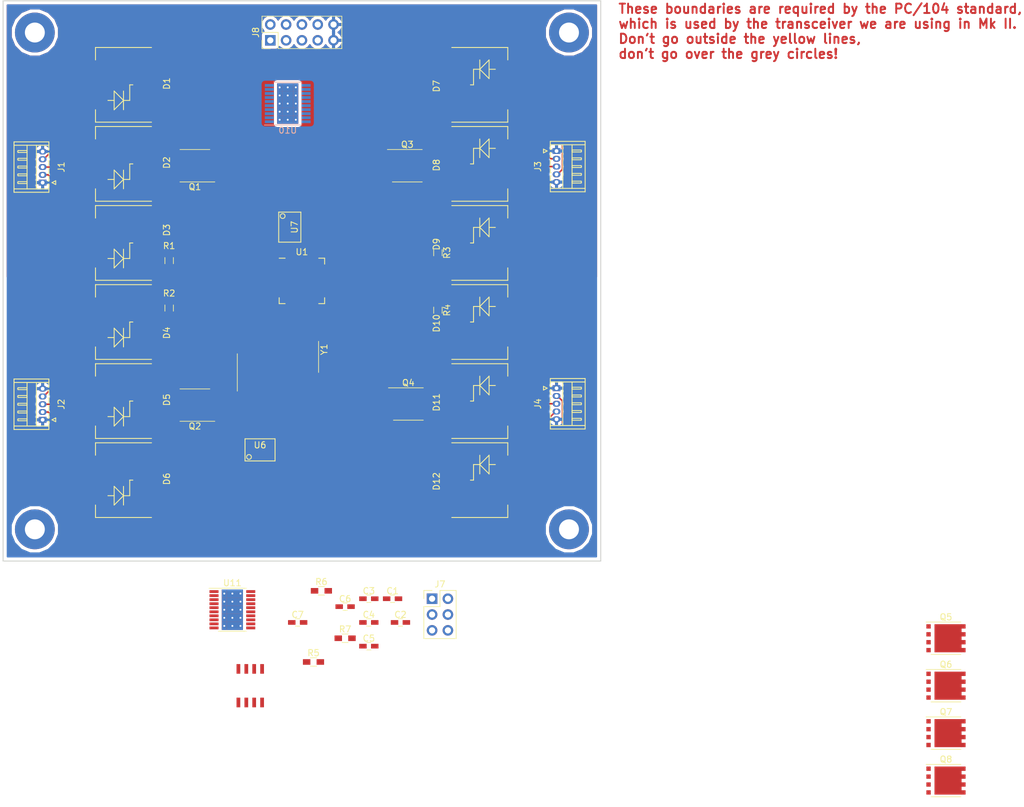
<source format=kicad_pcb>
(kicad_pcb (version 4) (host pcbnew 4.0.7)
  (layers (0 F.Cu signal) (1 VCC power) (2 GND power) (31 B.Cu signal) (34 B.Paste user) (35 F.Paste user) (36 B.SilkS user) (37 F.SilkS user) (38 B.Mask user) (39 F.Mask user) (44 Edge.Cuts user))
  (net 0 "")
  (net 1 GND)
  (net 2 +3V3)
  (net 3 "Net-(C4-Pad2)")
  (net 4 "Net-(C5-Pad2)")
  (net 5 "Net-(D1-Pad2)")
  (net 6 "Net-(D1-Pad1)")
  (net 7 "Net-(D1-Pad3)")
  (net 8 "Net-(D2-Pad1)")
  (net 9 "Net-(D2-Pad3)")
  (net 10 "Net-(D3-Pad1)")
  (net 11 "Net-(D3-Pad3)")
  (net 12 "Net-(D4-Pad2)")
  (net 13 "Net-(D4-Pad1)")
  (net 14 "Net-(D4-Pad3)")
  (net 15 "Net-(D5-Pad1)")
  (net 16 "Net-(D5-Pad3)")
  (net 17 "Net-(D6-Pad1)")
  (net 18 "Net-(D6-Pad3)")
  (net 19 "Net-(D7-Pad2)")
  (net 20 "Net-(D7-Pad1)")
  (net 21 "Net-(D7-Pad3)")
  (net 22 "Net-(D8-Pad1)")
  (net 23 "Net-(D8-Pad3)")
  (net 24 "Net-(D9-Pad1)")
  (net 25 "Net-(D9-Pad3)")
  (net 26 "Net-(D10-Pad2)")
  (net 27 "Net-(D10-Pad1)")
  (net 28 "Net-(D10-Pad3)")
  (net 29 "Net-(D11-Pad1)")
  (net 30 "Net-(D11-Pad3)")
  (net 31 "Net-(D12-Pad1)")
  (net 32 "Net-(D12-Pad3)")
  (net 33 /MISO_A)
  (net 34 /SCK_A)
  (net 35 /MOSI_A)
  (net 36 /RST)
  (net 37 -PACK)
  (net 38 /SWITCH_3V3/N_3V3)
  (net 39 /CAN_LPWR)
  (net 40 /CANH)
  (net 41 /CANL)
  (net 42 "Net-(R7-Pad2)")
  (net 43 "Net-(U1-Pad3)")
  (net 44 /CAN_TX)
  (net 45 /CAN_RX)
  (net 46 /MISO)
  (net 47 /MOSI)
  (net 48 "Net-(U1-Pad13)")
  (net 49 "Net-(U1-Pad14)")
  (net 50 "Net-(U1-Pad15)")
  (net 51 "Net-(U1-Pad17)")
  (net 52 "Net-(U1-Pad18)")
  (net 53 "Net-(U1-Pad22)")
  (net 54 "Net-(U1-Pad23)")
  (net 55 "Net-(U1-Pad24)")
  (net 56 "Net-(U1-Pad25)")
  (net 57 /CS_MEM)
  (net 58 "Net-(U1-Pad27)")
  (net 59 /SCK)
  (net 60 "Net-(U1-Pad29)")
  (net 61 "Net-(U1-Pad30)")
  (net 62 "Net-(U1-Pad32)")
  (net 63 "Net-(U2-Pad6)")
  (net 64 +PACK)
  (net 65 "Net-(U3-Pad6)")
  (net 66 "Net-(U4-Pad6)")
  (net 67 "Net-(U5-Pad6)")
  (net 68 /PV/+XVgs)
  (net 69 "Net-(Q1-Pad4)")
  (net 70 "Net-(U6-Pad4)")
  (net 71 "Net-(Q2-Pad4)")
  (net 72 /PV/-XVgs)
  (net 73 /PV/-YVgs)
  (net 74 "Net-(Q3-Pad4)")
  (net 75 "Net-(U6-Pad11)")
  (net 76 "Net-(Q4-Pad4)")
  (net 77 /PV/+YVgs)
  (net 78 /PV/+XI)
  (net 79 "Net-(U7-Pad4)")
  (net 80 /PV/-XI)
  (net 81 /PV/-YI)
  (net 82 "Net-(U7-Pad11)")
  (net 83 /PV/+YI)
  (net 84 +5V)
  (net 85 "Net-(J8-Pad3)")
  (net 86 "Net-(J8-Pad4)")
  (net 87 /EPS_RST)
  (net 88 "Net-(J8-Pad5)")
  (net 89 "Net-(Rilim1-Pad1)")
  (net 90 "Net-(U10-Pad2)")
  (net 91 +BATT)
  (net 92 "Net-(Cf1-Pad1)")
  (net 93 "Net-(Cf1-Pad2)")
  (net 94 "Net-(L1-Pad2)")
  (net 95 "Net-(Rpgood1-Pad1)")
  (net 96 "Net-(Cc1-Pad2)")
  (net 97 "Net-(Cc3-Pad1)")
  (net 98 "Net-(Rilim2-Pad1)")
  (net 99 "Net-(U11-Pad2)")
  (net 100 "Net-(Cf2-Pad1)")
  (net 101 "Net-(Cf2-Pad2)")
  (net 102 "Net-(L2-Pad2)")
  (net 103 "Net-(Rpgood2-Pad1)")
  (net 104 "Net-(Cc2-Pad2)")
  (net 105 "Net-(Cc4-Pad1)")
  (net 106 /SWITCH_5V/N_9V)
  (module Diodes_SMD:DD-PAK_TO263_SingleDiode (layer F.Cu) (at 116.84 101.6 270)
    (fp_text reference D4 (at 1.74 -9.4488 270) (layer F.SilkS))
    (fp_text value SM74611)
    (pad 2 smd rect (at 0 -6.25094 270) (size 10.40892 3.50012) (layers F.Cu F.Paste F.Mask) (net 12 "Net-(D4-Pad2)"))
    (pad 1 smd rect (at -2.54 4.43992 270) (size 1.09982 7.0104) (layers F.Cu F.Paste F.Mask) (net 13 "Net-(D4-Pad1)"))
    (pad 3 smd rect (at 2.54 4.43992 270) (size 1.09982 7.0104) (layers F.Cu F.Paste F.Mask) (net 14 "Net-(D4-Pad3)"))
  )
  (module Diodes_SMD:DD-PAK_TO263_SingleDiode (layer F.Cu) (at 116.84 88.9 270)
    (fp_text reference D3 (at -2.07 -9.4488 270) (layer F.SilkS))
    (fp_text value SM74611)
    (pad 2 smd rect (at 0 -6.25094 270) (size 10.40892 3.50012) (layers F.Cu F.Paste F.Mask) (net 5 "Net-(D1-Pad2)"))
    (pad 1 smd rect (at -2.54 4.43992 270) (size 1.09982 7.0104) (layers F.Cu F.Paste F.Mask) (net 10 "Net-(D3-Pad1)"))
    (pad 3 smd rect (at 2.54 4.43992 270) (size 1.09982 7.0104) (layers F.Cu F.Paste F.Mask) (net 11 "Net-(D3-Pad3)"))
  )
  (module Capacitors_SMD:C_0603_HandSoldering (layer F.Cu) (at 162.56 146.05)
    (fp_text reference C1 (at 0 -1.25) (layer F.SilkS))
    (fp_text value 0.1µF)
    (pad 1 smd rect (at -0.95 0) (size 1.2 0.75) (layers F.Cu F.Paste F.Mask) (net 1 GND))
    (pad 2 smd rect (at 0.95 0) (size 1.2 0.75) (layers F.Cu F.Paste F.Mask) (net 2 +3V3))
  )
  (module Capacitors_SMD:C_0603_HandSoldering (layer F.Cu) (at 163.83 149.86)
    (fp_text reference C2 (at 0 -1.25) (layer F.SilkS))
    (fp_text value 0.1µF)
    (pad 1 smd rect (at -0.95 0) (size 1.2 0.75) (layers F.Cu F.Paste F.Mask) (net 1 GND))
    (pad 2 smd rect (at 0.95 0) (size 1.2 0.75) (layers F.Cu F.Paste F.Mask) (net 2 +3V3))
  )
  (module Capacitors_SMD:C_0603_HandSoldering (layer F.Cu) (at 158.75 146.05)
    (fp_text reference C3 (at 0 -1.25) (layer F.SilkS))
    (fp_text value 0.1µF)
    (pad 1 smd rect (at -0.95 0) (size 1.2 0.75) (layers F.Cu F.Paste F.Mask) (net 1 GND))
    (pad 2 smd rect (at 0.95 0) (size 1.2 0.75) (layers F.Cu F.Paste F.Mask) (net 2 +3V3))
  )
  (module Capacitors_SMD:C_0603_HandSoldering (layer F.Cu) (at 158.75 149.86)
    (fp_text reference C4 (at 0 -1.25) (layer F.SilkS))
    (fp_text value 22pF)
    (pad 1 smd rect (at -0.95 0) (size 1.2 0.75) (layers F.Cu F.Paste F.Mask) (net 1 GND))
    (pad 2 smd rect (at 0.95 0) (size 1.2 0.75) (layers F.Cu F.Paste F.Mask) (net 3 "Net-(C4-Pad2)"))
  )
  (module Capacitors_SMD:C_0603_HandSoldering (layer F.Cu) (at 158.75 153.67)
    (fp_text reference C5 (at 0 -1.25) (layer F.SilkS))
    (fp_text value 22pF)
    (pad 1 smd rect (at -0.95 0) (size 1.2 0.75) (layers F.Cu F.Paste F.Mask) (net 1 GND))
    (pad 2 smd rect (at 0.95 0) (size 1.2 0.75) (layers F.Cu F.Paste F.Mask) (net 4 "Net-(C5-Pad2)"))
  )
  (module Capacitors_SMD:C_0603_HandSoldering (layer F.Cu) (at 154.94 147.32)
    (fp_text reference C6 (at 0 -1.25) (layer F.SilkS))
    (fp_text value 0.1µF)
    (pad 1 smd rect (at -0.95 0) (size 1.2 0.75) (layers F.Cu F.Paste F.Mask) (net 1 GND))
    (pad 2 smd rect (at 0.95 0) (size 1.2 0.75) (layers F.Cu F.Paste F.Mask) (net 2 +3V3))
  )
  (module Capacitors_SMD:C_0603_HandSoldering (layer F.Cu) (at 147.32 149.86)
    (fp_text reference C7 (at 0 -1.25) (layer F.SilkS))
    (fp_text value 100nF)
    (pad 1 smd rect (at -0.95 0) (size 1.2 0.75) (layers F.Cu F.Paste F.Mask) (net 2 +3V3))
    (pad 2 smd rect (at 0.95 0) (size 1.2 0.75) (layers F.Cu F.Paste F.Mask) (net 1 GND))
  )
  (module Diodes_SMD:DD-PAK_TO263_SingleDiode (layer F.Cu) (at 116.84 63.5 270)
    (fp_text reference D1 (at -0.20066 -9.4488 270) (layer F.SilkS))
    (fp_text value SM74611)
    (pad 2 smd rect (at 0 -6.25094 270) (size 10.40892 3.50012) (layers F.Cu F.Paste F.Mask) (net 5 "Net-(D1-Pad2)"))
    (pad 1 smd rect (at -2.54 4.43992 270) (size 1.09982 7.0104) (layers F.Cu F.Paste F.Mask) (net 6 "Net-(D1-Pad1)"))
    (pad 3 smd rect (at 2.54 4.43992 270) (size 1.09982 7.0104) (layers F.Cu F.Paste F.Mask) (net 7 "Net-(D1-Pad3)"))
  )
  (module Diodes_SMD:DD-PAK_TO263_SingleDiode (layer F.Cu) (at 116.84 76.2 270)
    (fp_text reference D2 (at -0.20066 -9.4488 270) (layer F.SilkS))
    (fp_text value SM74611)
    (pad 2 smd rect (at 0 -6.25094 270) (size 10.40892 3.50012) (layers F.Cu F.Paste F.Mask) (net 5 "Net-(D1-Pad2)"))
    (pad 1 smd rect (at -2.54 4.43992 270) (size 1.09982 7.0104) (layers F.Cu F.Paste F.Mask) (net 8 "Net-(D2-Pad1)"))
    (pad 3 smd rect (at 2.54 4.43992 270) (size 1.09982 7.0104) (layers F.Cu F.Paste F.Mask) (net 9 "Net-(D2-Pad3)"))
  )
  (module Diodes_SMD:DD-PAK_TO263_SingleDiode (layer F.Cu) (at 116.84 114.3 270)
    (fp_text reference D5 (at -0.20066 -9.4488 270) (layer F.SilkS))
    (fp_text value SM74611)
    (pad 2 smd rect (at 0 -6.25094 270) (size 10.40892 3.50012) (layers F.Cu F.Paste F.Mask) (net 12 "Net-(D4-Pad2)"))
    (pad 1 smd rect (at -2.54 4.43992 270) (size 1.09982 7.0104) (layers F.Cu F.Paste F.Mask) (net 15 "Net-(D5-Pad1)"))
    (pad 3 smd rect (at 2.54 4.43992 270) (size 1.09982 7.0104) (layers F.Cu F.Paste F.Mask) (net 16 "Net-(D5-Pad3)"))
  )
  (module Diodes_SMD:DD-PAK_TO263_SingleDiode (layer F.Cu) (at 116.84 127 270)
    (fp_text reference D6 (at -0.20066 -9.4488 270) (layer F.SilkS))
    (fp_text value SM74611)
    (pad 2 smd rect (at 0 -6.25094 270) (size 10.40892 3.50012) (layers F.Cu F.Paste F.Mask) (net 12 "Net-(D4-Pad2)"))
    (pad 1 smd rect (at -2.54 4.43992 270) (size 1.09982 7.0104) (layers F.Cu F.Paste F.Mask) (net 17 "Net-(D6-Pad1)"))
    (pad 3 smd rect (at 2.54 4.43992 270) (size 1.09982 7.0104) (layers F.Cu F.Paste F.Mask) (net 18 "Net-(D6-Pad3)"))
  )
  (module Diodes_SMD:DD-PAK_TO263_SingleDiode (layer F.Cu) (at 179.07 63.5 90)
    (fp_text reference D7 (at -0.20066 -9.4488 90) (layer F.SilkS))
    (fp_text value SM74611)
    (pad 2 smd rect (at 0 -6.25094 90) (size 10.40892 3.50012) (layers F.Cu F.Paste F.Mask) (net 19 "Net-(D7-Pad2)"))
    (pad 1 smd rect (at -2.54 4.43992 90) (size 1.09982 7.0104) (layers F.Cu F.Paste F.Mask) (net 20 "Net-(D7-Pad1)"))
    (pad 3 smd rect (at 2.54 4.43992 90) (size 1.09982 7.0104) (layers F.Cu F.Paste F.Mask) (net 21 "Net-(D7-Pad3)"))
  )
  (module Diodes_SMD:DD-PAK_TO263_SingleDiode (layer F.Cu) (at 179.07 76.2 90)
    (fp_text reference D8 (at -0.20066 -9.4488 90) (layer F.SilkS))
    (fp_text value SM74611)
    (pad 2 smd rect (at 0 -6.25094 90) (size 10.40892 3.50012) (layers F.Cu F.Paste F.Mask) (net 19 "Net-(D7-Pad2)"))
    (pad 1 smd rect (at -2.54 4.43992 90) (size 1.09982 7.0104) (layers F.Cu F.Paste F.Mask) (net 22 "Net-(D8-Pad1)"))
    (pad 3 smd rect (at 2.54 4.43992 90) (size 1.09982 7.0104) (layers F.Cu F.Paste F.Mask) (net 23 "Net-(D8-Pad3)"))
  )
  (module Diodes_SMD:DD-PAK_TO263_SingleDiode (layer F.Cu) (at 179.07 88.9 90)
    (fp_text reference D9 (at -0.20066 -9.4488 90) (layer F.SilkS))
    (fp_text value SM74611)
    (pad 2 smd rect (at 0 -6.25094 90) (size 10.40892 3.50012) (layers F.Cu F.Paste F.Mask) (net 19 "Net-(D7-Pad2)"))
    (pad 1 smd rect (at -2.54 4.43992 90) (size 1.09982 7.0104) (layers F.Cu F.Paste F.Mask) (net 24 "Net-(D9-Pad1)"))
    (pad 3 smd rect (at 2.54 4.43992 90) (size 1.09982 7.0104) (layers F.Cu F.Paste F.Mask) (net 25 "Net-(D9-Pad3)"))
  )
  (module Diodes_SMD:DD-PAK_TO263_SingleDiode (layer F.Cu) (at 179.07 101.6 90)
    (fp_text reference D10 (at -0.20066 -9.4488 90) (layer F.SilkS))
    (fp_text value SM74611)
    (pad 2 smd rect (at 0 -6.25094 90) (size 10.40892 3.50012) (layers F.Cu F.Paste F.Mask) (net 26 "Net-(D10-Pad2)"))
    (pad 1 smd rect (at -2.54 4.43992 90) (size 1.09982 7.0104) (layers F.Cu F.Paste F.Mask) (net 27 "Net-(D10-Pad1)"))
    (pad 3 smd rect (at 2.54 4.43992 90) (size 1.09982 7.0104) (layers F.Cu F.Paste F.Mask) (net 28 "Net-(D10-Pad3)"))
  )
  (module Diodes_SMD:DD-PAK_TO263_SingleDiode (layer F.Cu) (at 179.07 114.3 90)
    (fp_text reference D11 (at -0.20066 -9.4488 90) (layer F.SilkS))
    (fp_text value SM74611)
    (pad 2 smd rect (at 0 -6.25094 90) (size 10.40892 3.50012) (layers F.Cu F.Paste F.Mask) (net 26 "Net-(D10-Pad2)"))
    (pad 1 smd rect (at -2.54 4.43992 90) (size 1.09982 7.0104) (layers F.Cu F.Paste F.Mask) (net 29 "Net-(D11-Pad1)"))
    (pad 3 smd rect (at 2.54 4.43992 90) (size 1.09982 7.0104) (layers F.Cu F.Paste F.Mask) (net 30 "Net-(D11-Pad3)"))
  )
  (module Diodes_SMD:DD-PAK_TO263_SingleDiode (layer F.Cu) (at 179.07 127 90)
    (fp_text reference D12 (at -0.20066 -9.4488 90) (layer F.SilkS))
    (fp_text value SM74611)
    (pad 2 smd rect (at 0 -6.25094 90) (size 10.40892 3.50012) (layers F.Cu F.Paste F.Mask) (net 26 "Net-(D10-Pad2)"))
    (pad 1 smd rect (at -2.54 4.43992 90) (size 1.09982 7.0104) (layers F.Cu F.Paste F.Mask) (net 31 "Net-(D12-Pad1)"))
    (pad 3 smd rect (at 2.54 4.43992 90) (size 1.09982 7.0104) (layers F.Cu F.Paste F.Mask) (net 32 "Net-(D12-Pad3)"))
  )
  (module Pin_Headers:Pin_Header_Straight_2x03_Pitch2.54mm (layer F.Cu) (at 168.91 146.05)
    (fp_text reference J7 (at 1.27 -2.33) (layer F.SilkS))
    (fp_text value "PROGRAMMING PORT")
    (pad 1 thru_hole rect (at 0 0) (size 1.7 1.7) (drill 1) (layers *.Cu *.Mask) (net 33 /MISO_A))
    (pad 2 thru_hole oval (at 2.54 0) (size 1.7 1.7) (drill 1) (layers *.Cu *.Mask) (net 2 +3V3))
    (pad 3 thru_hole oval (at 0 2.54) (size 1.7 1.7) (drill 1) (layers *.Cu *.Mask) (net 34 /SCK_A))
    (pad 4 thru_hole oval (at 2.54 2.54) (size 1.7 1.7) (drill 1) (layers *.Cu *.Mask) (net 35 /MOSI_A))
    (pad 5 thru_hole oval (at 0 5.08) (size 1.7 1.7) (drill 1) (layers *.Cu *.Mask) (net 36 /RST))
    (pad 6 thru_hole oval (at 2.54 5.08) (size 1.7 1.7) (drill 1) (layers *.Cu *.Mask) (net 1 GND))
  )
  (module Housings_SON:VSONP-8-1EP_5x6_Pitch1.27mm (layer F.Cu) (at 130.81 76.495 180)
    (fp_text reference Q1 (at 0 -3.4 180) (layer F.SilkS))
    (fp_text value BSC026NE2LS5)
    (pad 3 smd rect (at 0.33 0 180) (size 4.35 4.51) (layers F.Cu F.Mask) (net 1 GND))
    (pad 1 smd rect (at -2.8 0.635 180) (size 0.7 0.7) (layers F.Cu F.Paste F.Mask) (net 1 GND))
    (pad 1 smd rect (at -2.8 -0.635 180) (size 0.7 0.7) (layers F.Cu F.Paste F.Mask) (net 1 GND))
    (pad 1 smd rect (at -2.8 -1.905 180) (size 0.7 0.7) (layers F.Cu F.Paste F.Mask) (net 1 GND))
    (pad 2 smd rect (at -2.8 1.905 180) (size 0.7 0.7) (layers F.Cu F.Paste F.Mask) (net 1 GND))
    (pad 3 smd rect (at 2.8 1.905 180) (size 0.7 0.7) (layers F.Cu F.Paste F.Mask) (net 1 GND))
    (pad 3 smd rect (at 2.8 -1.905 180) (size 0.7 0.7) (layers F.Cu F.Paste F.Mask) (net 1 GND))
    (pad 3 smd rect (at 2.8 -0.635 180) (size 0.7 0.7) (layers F.Cu F.Paste F.Mask) (net 1 GND))
    (pad 3 smd rect (at 2.8 0.635 180) (size 0.7 0.7) (layers F.Cu F.Paste F.Mask) (net 1 GND))
  )
  (module Housings_SON:VSONP-8-1EP_5x6_Pitch1.27mm (layer F.Cu) (at 130.81 114.945 180)
    (fp_text reference Q2 (at 0 -3.4 180) (layer F.SilkS))
    (fp_text value BSC026NE2LS5)
    (pad 3 smd rect (at 0.33 0 180) (size 4.35 4.51) (layers F.Cu F.Mask) (net 1 GND))
    (pad 1 smd rect (at -2.8 0.635 180) (size 0.7 0.7) (layers F.Cu F.Paste F.Mask) (net 1 GND))
    (pad 1 smd rect (at -2.8 -0.635 180) (size 0.7 0.7) (layers F.Cu F.Paste F.Mask) (net 1 GND))
    (pad 1 smd rect (at -2.8 -1.905 180) (size 0.7 0.7) (layers F.Cu F.Paste F.Mask) (net 1 GND))
    (pad 2 smd rect (at -2.8 1.905 180) (size 0.7 0.7) (layers F.Cu F.Paste F.Mask) (net 1 GND))
    (pad 3 smd rect (at 2.8 1.905 180) (size 0.7 0.7) (layers F.Cu F.Paste F.Mask) (net 1 GND))
    (pad 3 smd rect (at 2.8 -1.905 180) (size 0.7 0.7) (layers F.Cu F.Paste F.Mask) (net 1 GND))
    (pad 3 smd rect (at 2.8 -0.635 180) (size 0.7 0.7) (layers F.Cu F.Paste F.Mask) (net 1 GND))
    (pad 3 smd rect (at 2.8 0.635 180) (size 0.7 0.7) (layers F.Cu F.Paste F.Mask) (net 1 GND))
  )
  (module Housings_SON:VSONP-8-1EP_5x6_Pitch1.27mm (layer F.Cu) (at 164.9275 76.495)
    (fp_text reference Q3 (at 0 -3.4) (layer F.SilkS))
    (fp_text value BSC026NE2LS5)
    (pad 3 smd rect (at 0.33 0) (size 4.35 4.51) (layers F.Cu F.Mask) (net 1 GND))
    (pad 1 smd rect (at -2.8 0.635) (size 0.7 0.7) (layers F.Cu F.Paste F.Mask) (net 1 GND))
    (pad 1 smd rect (at -2.8 -0.635) (size 0.7 0.7) (layers F.Cu F.Paste F.Mask) (net 1 GND))
    (pad 1 smd rect (at -2.8 -1.905) (size 0.7 0.7) (layers F.Cu F.Paste F.Mask) (net 1 GND))
    (pad 2 smd rect (at -2.8 1.905) (size 0.7 0.7) (layers F.Cu F.Paste F.Mask) (net 1 GND))
    (pad 3 smd rect (at 2.8 1.905) (size 0.7 0.7) (layers F.Cu F.Paste F.Mask) (net 1 GND))
    (pad 3 smd rect (at 2.8 -1.905) (size 0.7 0.7) (layers F.Cu F.Paste F.Mask) (net 1 GND))
    (pad 3 smd rect (at 2.8 -0.635) (size 0.7 0.7) (layers F.Cu F.Paste F.Mask) (net 1 GND))
    (pad 3 smd rect (at 2.8 0.635) (size 0.7 0.7) (layers F.Cu F.Paste F.Mask) (net 1 GND))
  )
  (module Housings_SON:VSONP-8-1EP_5x6_Pitch1.27mm (layer F.Cu) (at 165.1 114.77)
    (fp_text reference Q4 (at 0 -3.4) (layer F.SilkS))
    (fp_text value BSC026NE2LS5)
    (pad 3 smd rect (at 0.33 0) (size 4.35 4.51) (layers F.Cu F.Mask) (net 1 GND))
    (pad 1 smd rect (at -2.8 0.635) (size 0.7 0.7) (layers F.Cu F.Paste F.Mask) (net 1 GND))
    (pad 1 smd rect (at -2.8 -0.635) (size 0.7 0.7) (layers F.Cu F.Paste F.Mask) (net 1 GND))
    (pad 1 smd rect (at -2.8 -1.905) (size 0.7 0.7) (layers F.Cu F.Paste F.Mask) (net 1 GND))
    (pad 2 smd rect (at -2.8 1.905) (size 0.7 0.7) (layers F.Cu F.Paste F.Mask) (net 1 GND))
    (pad 3 smd rect (at 2.8 1.905) (size 0.7 0.7) (layers F.Cu F.Paste F.Mask) (net 1 GND))
    (pad 3 smd rect (at 2.8 -1.905) (size 0.7 0.7) (layers F.Cu F.Paste F.Mask) (net 1 GND))
    (pad 3 smd rect (at 2.8 -0.635) (size 0.7 0.7) (layers F.Cu F.Paste F.Mask) (net 1 GND))
    (pad 3 smd rect (at 2.8 0.635) (size 0.7 0.7) (layers F.Cu F.Paste F.Mask) (net 1 GND))
  )
  (module Housings_SON:VSONP-8-1EP_5x6_Pitch1.27mm (layer F.Cu) (at 251.46 152.4)
    (fp_text reference Q5 (at 0 -3.4) (layer F.SilkS))
    (fp_text value BSC026NE2LS5)
    (pad 3 smd rect (at 0.33 0) (size 4.35 4.51) (layers F.Cu F.Mask) (net 37 -PACK))
    (pad 1 smd rect (at -2.8 0.635) (size 0.7 0.7) (layers F.Cu F.Paste F.Mask) (net 37 -PACK))
    (pad 1 smd rect (at -2.8 -0.635) (size 0.7 0.7) (layers F.Cu F.Paste F.Mask) (net 37 -PACK))
    (pad 1 smd rect (at -2.8 -1.905) (size 0.7 0.7) (layers F.Cu F.Paste F.Mask) (net 37 -PACK))
    (pad 2 smd rect (at -2.8 1.905) (size 0.7 0.7) (layers F.Cu F.Paste F.Mask) (net 37 -PACK))
    (pad 3 smd rect (at 2.8 1.905) (size 0.7 0.7) (layers F.Cu F.Paste F.Mask) (net 37 -PACK))
    (pad 3 smd rect (at 2.8 -1.905) (size 0.7 0.7) (layers F.Cu F.Paste F.Mask) (net 37 -PACK))
    (pad 3 smd rect (at 2.8 -0.635) (size 0.7 0.7) (layers F.Cu F.Paste F.Mask) (net 37 -PACK))
    (pad 3 smd rect (at 2.8 0.635) (size 0.7 0.7) (layers F.Cu F.Paste F.Mask) (net 37 -PACK))
  )
  (module Housings_SON:VSONP-8-1EP_5x6_Pitch1.27mm (layer F.Cu) (at 251.46 160.02)
    (fp_text reference Q6 (at 0 -3.4) (layer F.SilkS))
    (fp_text value BSC026NE2LS5)
    (pad 3 smd rect (at 0.33 0) (size 4.35 4.51) (layers F.Cu F.Mask) (net 1 GND))
    (pad 1 smd rect (at -2.8 0.635) (size 0.7 0.7) (layers F.Cu F.Paste F.Mask) (net 1 GND))
    (pad 1 smd rect (at -2.8 -0.635) (size 0.7 0.7) (layers F.Cu F.Paste F.Mask) (net 1 GND))
    (pad 1 smd rect (at -2.8 -1.905) (size 0.7 0.7) (layers F.Cu F.Paste F.Mask) (net 1 GND))
    (pad 2 smd rect (at -2.8 1.905) (size 0.7 0.7) (layers F.Cu F.Paste F.Mask) (net 1 GND))
    (pad 3 smd rect (at 2.8 1.905) (size 0.7 0.7) (layers F.Cu F.Paste F.Mask) (net 1 GND))
    (pad 3 smd rect (at 2.8 -1.905) (size 0.7 0.7) (layers F.Cu F.Paste F.Mask) (net 1 GND))
    (pad 3 smd rect (at 2.8 -0.635) (size 0.7 0.7) (layers F.Cu F.Paste F.Mask) (net 1 GND))
    (pad 3 smd rect (at 2.8 0.635) (size 0.7 0.7) (layers F.Cu F.Paste F.Mask) (net 1 GND))
  )
  (module Housings_SON:VSONP-8-1EP_5x6_Pitch1.27mm (layer F.Cu) (at 251.46 167.64)
    (fp_text reference Q7 (at 0 -3.4) (layer F.SilkS))
    (fp_text value BSC026NE2LS5)
    (pad 3 smd rect (at 0.33 0) (size 4.35 4.51) (layers F.Cu F.Mask) (net 38 /SWITCH_3V3/N_3V3))
    (pad 1 smd rect (at -2.8 0.635) (size 0.7 0.7) (layers F.Cu F.Paste F.Mask) (net 38 /SWITCH_3V3/N_3V3))
    (pad 1 smd rect (at -2.8 -0.635) (size 0.7 0.7) (layers F.Cu F.Paste F.Mask) (net 38 /SWITCH_3V3/N_3V3))
    (pad 1 smd rect (at -2.8 -1.905) (size 0.7 0.7) (layers F.Cu F.Paste F.Mask) (net 38 /SWITCH_3V3/N_3V3))
    (pad 2 smd rect (at -2.8 1.905) (size 0.7 0.7) (layers F.Cu F.Paste F.Mask) (net 38 /SWITCH_3V3/N_3V3))
    (pad 3 smd rect (at 2.8 1.905) (size 0.7 0.7) (layers F.Cu F.Paste F.Mask) (net 38 /SWITCH_3V3/N_3V3))
    (pad 3 smd rect (at 2.8 -1.905) (size 0.7 0.7) (layers F.Cu F.Paste F.Mask) (net 38 /SWITCH_3V3/N_3V3))
    (pad 3 smd rect (at 2.8 -0.635) (size 0.7 0.7) (layers F.Cu F.Paste F.Mask) (net 38 /SWITCH_3V3/N_3V3))
    (pad 3 smd rect (at 2.8 0.635) (size 0.7 0.7) (layers F.Cu F.Paste F.Mask) (net 38 /SWITCH_3V3/N_3V3))
  )
  (module Housings_SON:VSONP-8-1EP_5x6_Pitch1.27mm (layer F.Cu) (at 251.46 175.26)
    (fp_text reference Q8 (at 0 -3.4) (layer F.SilkS))
    (fp_text value BSC026NE2LS5)
    (pad 3 smd rect (at 0.33 0) (size 4.35 4.51) (layers F.Cu F.Mask) (net 106 /SWITCH_5V/N_9V))
    (pad 1 smd rect (at -2.8 0.635) (size 0.7 0.7) (layers F.Cu F.Paste F.Mask) (net 106 /SWITCH_5V/N_9V))
    (pad 1 smd rect (at -2.8 -0.635) (size 0.7 0.7) (layers F.Cu F.Paste F.Mask) (net 106 /SWITCH_5V/N_9V))
    (pad 1 smd rect (at -2.8 -1.905) (size 0.7 0.7) (layers F.Cu F.Paste F.Mask) (net 106 /SWITCH_5V/N_9V))
    (pad 2 smd rect (at -2.8 1.905) (size 0.7 0.7) (layers F.Cu F.Paste F.Mask) (net 106 /SWITCH_5V/N_9V))
    (pad 3 smd rect (at 2.8 1.905) (size 0.7 0.7) (layers F.Cu F.Paste F.Mask) (net 106 /SWITCH_5V/N_9V))
    (pad 3 smd rect (at 2.8 -1.905) (size 0.7 0.7) (layers F.Cu F.Paste F.Mask) (net 106 /SWITCH_5V/N_9V))
    (pad 3 smd rect (at 2.8 -0.635) (size 0.7 0.7) (layers F.Cu F.Paste F.Mask) (net 106 /SWITCH_5V/N_9V))
    (pad 3 smd rect (at 2.8 0.635) (size 0.7 0.7) (layers F.Cu F.Paste F.Mask) (net 106 /SWITCH_5V/N_9V))
  )
  (module Resistors_SMD:R_0603_HandSoldering (layer F.Cu) (at 149.86 156.21)
    (fp_text reference R5 (at 0 -1.45) (layer F.SilkS))
    (fp_text value 1kΩ)
    (pad 1 smd rect (at -1.1 0) (size 1.2 0.9) (layers F.Cu F.Paste F.Mask) (net 39 /CAN_LPWR))
    (pad 2 smd rect (at 1.1 0) (size 1.2 0.9) (layers F.Cu F.Paste F.Mask) (net 1 GND))
  )
  (module Resistors_SMD:R_0603_HandSoldering (layer F.Cu) (at 151.13 144.78)
    (fp_text reference R6 (at 0 -1.45) (layer F.SilkS))
    (fp_text value 120Ω)
    (pad 1 smd rect (at -1.1 0) (size 1.2 0.9) (layers F.Cu F.Paste F.Mask) (net 40 /CANH))
    (pad 2 smd rect (at 1.1 0) (size 1.2 0.9) (layers F.Cu F.Paste F.Mask) (net 41 /CANL))
  )
  (module Resistors_SMD:R_0603_HandSoldering (layer F.Cu) (at 154.94 152.4)
    (fp_text reference R7 (at 0 -1.45) (layer F.SilkS))
    (fp_text value 10kΩ)
    (pad 1 smd rect (at -1.1 0) (size 1.2 0.9) (layers F.Cu F.Paste F.Mask) (net 2 +3V3))
    (pad 2 smd rect (at 1.1 0) (size 1.2 0.9) (layers F.Cu F.Paste F.Mask) (net 42 "Net-(R7-Pad2)"))
  )
  (module Housings_DFN_QFN:QFN-32-1EP_7x7mm_Pitch0.65mm (layer F.Cu) (at 148 95)
    (fp_text reference U1 (at 0 -4.65) (layer F.SilkS))
    (fp_text value ATMEGA32M1-MU)
    (pad 1 smd rect (at -3.35 -2.275) (size 0.6 0.4) (layers F.Cu F.Paste F.Mask) (net 33 /MISO_A))
    (pad 2 smd rect (at -3.35 -1.625) (size 0.6 0.4) (layers F.Cu F.Paste F.Mask) (net 35 /MOSI_A))
    (pad 3 smd rect (at -3.35 -0.975) (size 0.6 0.4) (layers F.Cu F.Paste F.Mask) (net 43 "Net-(U1-Pad3)"))
    (pad 4 smd rect (at -3.35 -0.325) (size 0.6 0.4) (layers F.Cu F.Paste F.Mask) (net 2 +3V3))
    (pad 5 smd rect (at -3.35 0.325) (size 0.6 0.4) (layers F.Cu F.Paste F.Mask) (net 1 GND))
    (pad 6 smd rect (at -3.35 0.975) (size 0.6 0.4) (layers F.Cu F.Paste F.Mask) (net 44 /CAN_TX))
    (pad 7 smd rect (at -3.35 1.625) (size 0.6 0.4) (layers F.Cu F.Paste F.Mask) (net 45 /CAN_RX))
    (pad 8 smd rect (at -3.35 2.275) (size 0.6 0.4) (layers F.Cu F.Paste F.Mask) (net 46 /MISO))
    (pad 9 smd rect (at -2.275 3.35 90) (size 0.6 0.4) (layers F.Cu F.Paste F.Mask) (net 47 /MOSI))
    (pad 10 smd rect (at -1.625 3.35 90) (size 0.6 0.4) (layers F.Cu F.Paste F.Mask) (net 3 "Net-(C4-Pad2)"))
    (pad 11 smd rect (at -0.975 3.35 90) (size 0.6 0.4) (layers F.Cu F.Paste F.Mask) (net 4 "Net-(C5-Pad2)"))
    (pad 12 smd rect (at -0.325 3.35 90) (size 0.6 0.4) (layers F.Cu F.Paste F.Mask) (net 34 /SCK_A))
    (pad 13 smd rect (at 0.325 3.35 90) (size 0.6 0.4) (layers F.Cu F.Paste F.Mask) (net 48 "Net-(U1-Pad13)"))
    (pad 14 smd rect (at 0.975 3.35 90) (size 0.6 0.4) (layers F.Cu F.Paste F.Mask) (net 49 "Net-(U1-Pad14)"))
    (pad 15 smd rect (at 1.625 3.35 90) (size 0.6 0.4) (layers F.Cu F.Paste F.Mask) (net 50 "Net-(U1-Pad15)"))
    (pad 16 smd rect (at 2.275 3.35 90) (size 0.6 0.4) (layers F.Cu F.Paste F.Mask) (net 39 /CAN_LPWR))
    (pad 17 smd rect (at 3.35 2.275) (size 0.6 0.4) (layers F.Cu F.Paste F.Mask) (net 51 "Net-(U1-Pad17)"))
    (pad 18 smd rect (at 3.35 1.625) (size 0.6 0.4) (layers F.Cu F.Paste F.Mask) (net 52 "Net-(U1-Pad18)"))
    (pad 19 smd rect (at 3.35 0.975) (size 0.6 0.4) (layers F.Cu F.Paste F.Mask) (net 2 +3V3))
    (pad 20 smd rect (at 3.35 0.325) (size 0.6 0.4) (layers F.Cu F.Paste F.Mask) (net 1 GND))
    (pad 21 smd rect (at 3.35 -0.325) (size 0.6 0.4) (layers F.Cu F.Paste F.Mask) (net 2 +3V3))
    (pad 22 smd rect (at 3.35 -0.975) (size 0.6 0.4) (layers F.Cu F.Paste F.Mask) (net 53 "Net-(U1-Pad22)"))
    (pad 23 smd rect (at 3.35 -1.625) (size 0.6 0.4) (layers F.Cu F.Paste F.Mask) (net 54 "Net-(U1-Pad23)"))
    (pad 24 smd rect (at 3.35 -2.275) (size 0.6 0.4) (layers F.Cu F.Paste F.Mask) (net 55 "Net-(U1-Pad24)"))
    (pad 25 smd rect (at 2.275 -3.35 90) (size 0.6 0.4) (layers F.Cu F.Paste F.Mask) (net 56 "Net-(U1-Pad25)"))
    (pad 26 smd rect (at 1.625 -3.35 90) (size 0.6 0.4) (layers F.Cu F.Paste F.Mask) (net 57 /CS_MEM))
    (pad 27 smd rect (at 0.975 -3.35 90) (size 0.6 0.4) (layers F.Cu F.Paste F.Mask) (net 58 "Net-(U1-Pad27)"))
    (pad 28 smd rect (at 0.325 -3.35 90) (size 0.6 0.4) (layers F.Cu F.Paste F.Mask) (net 59 /SCK))
    (pad 29 smd rect (at -0.325 -3.35 90) (size 0.6 0.4) (layers F.Cu F.Paste F.Mask) (net 60 "Net-(U1-Pad29)"))
    (pad 30 smd rect (at -0.975 -3.35 90) (size 0.6 0.4) (layers F.Cu F.Paste F.Mask) (net 61 "Net-(U1-Pad30)"))
    (pad 31 smd rect (at -1.625 -3.35 90) (size 0.6 0.4) (layers F.Cu F.Paste F.Mask) (net 42 "Net-(R7-Pad2)"))
    (pad 32 smd rect (at -2.275 -3.35 90) (size 0.6 0.4) (layers F.Cu F.Paste F.Mask) (net 62 "Net-(U1-Pad32)"))
    (pad 33 smd rect (at 2.0475 2.0475) (size 1.365 1.365) (layers F.Cu F.Paste F.Mask))
    (pad 33 smd rect (at 2.0475 0.6825) (size 1.365 1.365) (layers F.Cu F.Paste F.Mask))
    (pad 33 smd rect (at 2.0475 -0.6825) (size 1.365 1.365) (layers F.Cu F.Paste F.Mask))
    (pad 33 smd rect (at 2.0475 -2.0475) (size 1.365 1.365) (layers F.Cu F.Paste F.Mask))
    (pad 33 smd rect (at 0.6825 2.0475) (size 1.365 1.365) (layers F.Cu F.Paste F.Mask))
    (pad 33 smd rect (at 0.6825 0.6825) (size 1.365 1.365) (layers F.Cu F.Paste F.Mask))
    (pad 33 smd rect (at 0.6825 -0.6825) (size 1.365 1.365) (layers F.Cu F.Paste F.Mask))
    (pad 33 smd rect (at 0.6825 -2.0475) (size 1.365 1.365) (layers F.Cu F.Paste F.Mask))
    (pad 33 smd rect (at -0.6825 2.0475) (size 1.365 1.365) (layers F.Cu F.Paste F.Mask))
    (pad 33 smd rect (at -0.6825 0.6825) (size 1.365 1.365) (layers F.Cu F.Paste F.Mask))
    (pad 33 smd rect (at -0.6825 -0.6825) (size 1.365 1.365) (layers F.Cu F.Paste F.Mask))
    (pad 33 smd rect (at -0.6825 -2.0475) (size 1.365 1.365) (layers F.Cu F.Paste F.Mask))
    (pad 33 smd rect (at -2.0475 2.0475) (size 1.365 1.365) (layers F.Cu F.Paste F.Mask))
    (pad 33 smd rect (at -2.0475 0.6825) (size 1.365 1.365) (layers F.Cu F.Paste F.Mask))
    (pad 33 smd rect (at -2.0475 -0.6825) (size 1.365 1.365) (layers F.Cu F.Paste F.Mask))
    (pad 33 smd rect (at -2.0475 -2.0475) (size 1.365 1.365) (layers F.Cu F.Paste F.Mask))
  )
  (module kicad-libraries:SC70-6 (layer F.Cu) (at 130.81 91.26 90)
    (fp_text reference U2)
    (fp_text value INA214)
    (pad 1 smd rect (at -0.65 0.95 90) (size 0.4 0.7) (layers F.Cu F.Paste F.Mask) (net 2 +3V3))
    (pad 2 smd rect (at 0 0.95 90) (size 0.4 0.7) (layers F.Cu F.Paste F.Mask) (net 1 GND))
    (pad 3 smd rect (at 0.65 0.95 90) (size 0.4 0.7) (layers F.Cu F.Paste F.Mask) (net 2 +3V3))
    (pad 4 smd rect (at 0.65 -0.95 90) (size 0.4 0.7) (layers F.Cu F.Paste F.Mask) (net 5 "Net-(D1-Pad2)"))
    (pad 6 smd rect (at -0.65 -0.95 90) (size 0.4 0.7) (layers F.Cu F.Paste F.Mask) (net 63 "Net-(U2-Pad6)"))
    (pad 5 smd rect (at 0 -0.95 90) (size 0.4 0.7) (layers F.Cu F.Paste F.Mask) (net 64 +PACK))
  )
  (module kicad-libraries:SC70-6 (layer F.Cu) (at 130.81 98.23 90)
    (fp_text reference U3)
    (fp_text value INA214)
    (pad 1 smd rect (at -0.65 0.95 90) (size 0.4 0.7) (layers F.Cu F.Paste F.Mask) (net 2 +3V3))
    (pad 2 smd rect (at 0 0.95 90) (size 0.4 0.7) (layers F.Cu F.Paste F.Mask) (net 1 GND))
    (pad 3 smd rect (at 0.65 0.95 90) (size 0.4 0.7) (layers F.Cu F.Paste F.Mask) (net 2 +3V3))
    (pad 4 smd rect (at 0.65 -0.95 90) (size 0.4 0.7) (layers F.Cu F.Paste F.Mask) (net 12 "Net-(D4-Pad2)"))
    (pad 6 smd rect (at -0.65 -0.95 90) (size 0.4 0.7) (layers F.Cu F.Paste F.Mask) (net 65 "Net-(U3-Pad6)"))
    (pad 5 smd rect (at 0 -0.95 90) (size 0.4 0.7) (layers F.Cu F.Paste F.Mask) (net 64 +PACK))
  )
  (module kicad-libraries:SC70-6 (layer F.Cu) (at 166.36 91.29 270)
    (fp_text reference U4)
    (fp_text value INA214)
    (pad 1 smd rect (at -0.65 0.95 270) (size 0.4 0.7) (layers F.Cu F.Paste F.Mask) (net 2 +3V3))
    (pad 2 smd rect (at 0 0.95 270) (size 0.4 0.7) (layers F.Cu F.Paste F.Mask) (net 1 GND))
    (pad 3 smd rect (at 0.65 0.95 270) (size 0.4 0.7) (layers F.Cu F.Paste F.Mask) (net 2 +3V3))
    (pad 4 smd rect (at 0.65 -0.95 270) (size 0.4 0.7) (layers F.Cu F.Paste F.Mask) (net 19 "Net-(D7-Pad2)"))
    (pad 6 smd rect (at -0.65 -0.95 270) (size 0.4 0.7) (layers F.Cu F.Paste F.Mask) (net 66 "Net-(U4-Pad6)"))
    (pad 5 smd rect (at 0 -0.95 270) (size 0.4 0.7) (layers F.Cu F.Paste F.Mask) (net 64 +PACK))
  )
  (module kicad-libraries:SC70-6 (layer F.Cu) (at 166.36 98.91 270)
    (fp_text reference U5)
    (fp_text value INA214)
    (pad 1 smd rect (at -0.65 0.95 270) (size 0.4 0.7) (layers F.Cu F.Paste F.Mask) (net 2 +3V3))
    (pad 2 smd rect (at 0 0.95 270) (size 0.4 0.7) (layers F.Cu F.Paste F.Mask) (net 1 GND))
    (pad 3 smd rect (at 0.65 0.95 270) (size 0.4 0.7) (layers F.Cu F.Paste F.Mask) (net 2 +3V3))
    (pad 4 smd rect (at 0.65 -0.95 270) (size 0.4 0.7) (layers F.Cu F.Paste F.Mask) (net 26 "Net-(D10-Pad2)"))
    (pad 6 smd rect (at -0.65 -0.95 270) (size 0.4 0.7) (layers F.Cu F.Paste F.Mask) (net 67 "Net-(U5-Pad6)"))
    (pad 5 smd rect (at 0 -0.95 270) (size 0.4 0.7) (layers F.Cu F.Paste F.Mask) (net 64 +PACK))
  )
  (module SMD_Packages:SSOP-14 (layer F.Cu) (at 141.275 122.136)
    (fp_text reference U6 (at 0 -0.762) (layer F.SilkS))
    (fp_text value ADA4891-4)
    (pad 1 smd rect (at -1.9304 2.794) (size 0.4318 1.397) (layers F.Cu F.Paste F.Mask) (net 68 /PV/+XVgs))
    (pad 2 smd rect (at -1.2954 2.794) (size 0.4318 1.397) (layers F.Cu F.Paste F.Mask) (net 68 /PV/+XVgs))
    (pad 3 smd rect (at -0.635 2.794) (size 0.4318 1.397) (layers F.Cu F.Paste F.Mask) (net 69 "Net-(Q1-Pad4)"))
    (pad 4 smd rect (at 0 2.794) (size 0.4318 1.397) (layers F.Cu F.Paste F.Mask) (net 70 "Net-(U6-Pad4)"))
    (pad 5 smd rect (at 0.6604 2.794) (size 0.4318 1.397) (layers F.Cu F.Paste F.Mask) (net 71 "Net-(Q2-Pad4)"))
    (pad 6 smd rect (at 1.3081 2.794) (size 0.4318 1.397) (layers F.Cu F.Paste F.Mask) (net 72 /PV/-XVgs))
    (pad 7 smd rect (at 1.9558 2.794) (size 0.4318 1.397) (layers F.Cu F.Paste F.Mask) (net 72 /PV/-XVgs))
    (pad 8 smd rect (at 1.9558 -2.794) (size 0.4318 1.397) (layers F.Cu F.Paste F.Mask) (net 73 /PV/-YVgs))
    (pad 9 smd rect (at 1.3081 -2.794) (size 0.4318 1.397) (layers F.Cu F.Paste F.Mask) (net 73 /PV/-YVgs))
    (pad 10 smd rect (at 0.6604 -2.794) (size 0.4318 1.397) (layers F.Cu F.Paste F.Mask) (net 74 "Net-(Q3-Pad4)"))
    (pad 11 smd rect (at 0 -2.794) (size 0.4318 1.397) (layers F.Cu F.Paste F.Mask) (net 75 "Net-(U6-Pad11)"))
    (pad 12 smd rect (at -0.6477 -2.794) (size 0.4318 1.397) (layers F.Cu F.Paste F.Mask) (net 76 "Net-(Q4-Pad4)"))
    (pad 13 smd rect (at -1.2954 -2.794) (size 0.4318 1.397) (layers F.Cu F.Paste F.Mask) (net 77 /PV/+YVgs))
    (pad 14 smd rect (at -1.9431 -2.794) (size 0.4318 1.397) (layers F.Cu F.Paste F.Mask) (net 77 /PV/+YVgs))
  )
  (module SMD_Packages:SSOP-14 (layer F.Cu) (at 146.05 86.36 270)
    (fp_text reference U7 (at 0 -0.762 270) (layer F.SilkS))
    (fp_text value ADA4891-4)
    (pad 1 smd rect (at -1.9304 2.794 270) (size 0.4318 1.397) (layers F.Cu F.Paste F.Mask) (net 78 /PV/+XI))
    (pad 2 smd rect (at -1.2954 2.794 270) (size 0.4318 1.397) (layers F.Cu F.Paste F.Mask) (net 78 /PV/+XI))
    (pad 3 smd rect (at -0.635 2.794 270) (size 0.4318 1.397) (layers F.Cu F.Paste F.Mask) (net 63 "Net-(U2-Pad6)"))
    (pad 4 smd rect (at 0 2.794 270) (size 0.4318 1.397) (layers F.Cu F.Paste F.Mask) (net 79 "Net-(U7-Pad4)"))
    (pad 5 smd rect (at 0.6604 2.794 270) (size 0.4318 1.397) (layers F.Cu F.Paste F.Mask) (net 65 "Net-(U3-Pad6)"))
    (pad 6 smd rect (at 1.3081 2.794 270) (size 0.4318 1.397) (layers F.Cu F.Paste F.Mask) (net 80 /PV/-XI))
    (pad 7 smd rect (at 1.9558 2.794 270) (size 0.4318 1.397) (layers F.Cu F.Paste F.Mask) (net 80 /PV/-XI))
    (pad 8 smd rect (at 1.9558 -2.794 270) (size 0.4318 1.397) (layers F.Cu F.Paste F.Mask) (net 81 /PV/-YI))
    (pad 9 smd rect (at 1.3081 -2.794 270) (size 0.4318 1.397) (layers F.Cu F.Paste F.Mask) (net 81 /PV/-YI))
    (pad 10 smd rect (at 0.6604 -2.794 270) (size 0.4318 1.397) (layers F.Cu F.Paste F.Mask) (net 66 "Net-(U4-Pad6)"))
    (pad 11 smd rect (at 0 -2.794 270) (size 0.4318 1.397) (layers F.Cu F.Paste F.Mask) (net 82 "Net-(U7-Pad11)"))
    (pad 12 smd rect (at -0.6477 -2.794 270) (size 0.4318 1.397) (layers F.Cu F.Paste F.Mask) (net 67 "Net-(U5-Pad6)"))
    (pad 13 smd rect (at -1.2954 -2.794 270) (size 0.4318 1.397) (layers F.Cu F.Paste F.Mask) (net 83 /PV/+YI))
    (pad 14 smd rect (at -1.9431 -2.794 270) (size 0.4318 1.397) (layers F.Cu F.Paste F.Mask) (net 83 /PV/+YI))
  )
  (module kicad-libraries:SOIC8 (layer F.Cu) (at 139.7 160.02)
    (fp_text reference U9)
    (fp_text value SST25VF016B)
    (pad 1 smd rect (at -1.90246 2.69748 180) (size 0.59944 1.5494) (layers F.Cu F.Paste F.Mask) (net 57 /CS_MEM))
    (pad 2 smd rect (at -0.63246 2.69748 180) (size 0.59944 1.5494) (layers F.Cu F.Paste F.Mask) (net 46 /MISO))
    (pad 3 smd rect (at 0.63246 2.69748 180) (size 0.59944 1.5494) (layers F.Cu F.Paste F.Mask) (net 2 +3V3))
    (pad 4 smd rect (at 1.90246 2.69748 180) (size 0.59944 1.5494) (layers F.Cu F.Paste F.Mask) (net 1 GND))
    (pad 5 smd rect (at 1.90246 -2.69748) (size 0.59944 1.5494) (layers F.Cu F.Paste F.Mask) (net 47 /MOSI))
    (pad 6 smd rect (at 0.63246 -2.69748) (size 0.59944 1.5494) (layers F.Cu F.Paste F.Mask) (net 59 /SCK))
    (pad 7 smd rect (at -0.63246 -2.69748) (size 0.59944 1.5494) (layers F.Cu F.Paste F.Mask) (net 2 +3V3))
    (pad 8 smd rect (at -1.90246 -2.69748) (size 0.59944 1.5494) (layers F.Cu F.Paste F.Mask) (net 2 +3V3))
  )
  (module Housings_SOIC:SO-20_12.8x7.5mm_Pitch1.27mm (layer F.Cu) (at 144.15 109.7 270)
    (fp_text reference Y1 (at -3.69 -7.42 270) (layer F.SilkS))
    (fp_text value 8MHz)
    (pad 6 smd rect (at -4.75 0.635 270) (size 1.5 0.6) (layers F.Cu F.Paste F.Mask))
    (pad 5 smd rect (at -4.75 -0.635 270) (size 1.5 0.6) (layers F.Cu F.Paste F.Mask))
    (pad 4 smd rect (at -4.75 -1.905 270) (size 1.5 0.6) (layers F.Cu F.Paste F.Mask) (net 1 GND))
    (pad 3 smd rect (at -4.75 -3.175 270) (size 1.5 0.6) (layers F.Cu F.Paste F.Mask) (net 4 "Net-(C5-Pad2)"))
    (pad 2 smd rect (at -4.75 -4.445 270) (size 1.5 0.6) (layers F.Cu F.Paste F.Mask) (net 1 GND))
    (pad 1 smd rect (at -4.75 -5.715 270) (size 1.5 0.6) (layers F.Cu F.Paste F.Mask) (net 3 "Net-(C4-Pad2)"))
    (pad 7 smd rect (at -4.75 1.905 270) (size 1.5 0.6) (layers F.Cu F.Paste F.Mask))
    (pad 8 smd rect (at -4.75 3.175 270) (size 1.5 0.6) (layers F.Cu F.Paste F.Mask))
    (pad 9 smd rect (at -4.75 4.445 270) (size 1.5 0.6) (layers F.Cu F.Paste F.Mask))
    (pad 10 smd rect (at -4.75 5.715 270) (size 1.5 0.6) (layers F.Cu F.Paste F.Mask))
    (pad 11 smd rect (at 4.75 5.715 270) (size 1.5 0.6) (layers F.Cu F.Paste F.Mask))
    (pad 12 smd rect (at 4.75 4.445 270) (size 1.5 0.6) (layers F.Cu F.Paste F.Mask))
    (pad 13 smd rect (at 4.75 3.175 270) (size 1.5 0.6) (layers F.Cu F.Paste F.Mask))
    (pad 14 smd rect (at 4.75 1.905 270) (size 1.5 0.6) (layers F.Cu F.Paste F.Mask))
    (pad 15 smd rect (at 4.75 0.635 270) (size 1.5 0.6) (layers F.Cu F.Paste F.Mask))
    (pad 16 smd rect (at 4.75 -0.635 270) (size 1.5 0.6) (layers F.Cu F.Paste F.Mask))
    (pad 17 smd rect (at 4.75 -1.905 270) (size 1.5 0.6) (layers F.Cu F.Paste F.Mask))
    (pad 18 smd rect (at 4.75 -3.175 270) (size 1.5 0.6) (layers F.Cu F.Paste F.Mask))
    (pad 19 smd rect (at 4.75 -4.445 270) (size 1.5 0.6) (layers F.Cu F.Paste F.Mask))
    (pad 20 smd rect (at 4.75 -5.715 270) (size 1.5 0.6) (layers F.Cu F.Paste F.Mask))
  )
  (module Pin_Headers:Pin_Header_Straight_2x05_Pitch2.54mm (layer F.Cu) (at 142.92 56.35 90)
    (fp_text reference J8 (at 1.27 -2.33 90) (layer F.SilkS))
    (fp_text value H_EPS)
    (pad 1 thru_hole rect (at 0 0 90) (size 1.7 1.7) (drill 1) (layers *.Cu *.Mask) (net 84 +5V))
    (pad 2 thru_hole oval (at 2.54 0 90) (size 1.7 1.7) (drill 1) (layers *.Cu *.Mask) (net 2 +3V3))
    (pad 3 thru_hole oval (at 0 2.54 90) (size 1.7 1.7) (drill 1) (layers *.Cu *.Mask) (net 85 "Net-(J8-Pad3)"))
    (pad 4 thru_hole oval (at 2.54 2.54 90) (size 1.7 1.7) (drill 1) (layers *.Cu *.Mask) (net 86 "Net-(J8-Pad4)"))
    (pad 5 thru_hole oval (at 0 5.08 90) (size 1.7 1.7) (drill 1) (layers *.Cu *.Mask) (net 88 "Net-(J8-Pad5)"))
    (pad 6 thru_hole oval (at 2.54 5.08 90) (size 1.7 1.7) (drill 1) (layers *.Cu *.Mask) (net 40 /CANH))
    (pad 7 thru_hole oval (at 0 7.62 90) (size 1.7 1.7) (drill 1) (layers *.Cu *.Mask) (net 87 /EPS_RST))
    (pad 8 thru_hole oval (at 2.54 7.62 90) (size 1.7 1.7) (drill 1) (layers *.Cu *.Mask) (net 41 /CANL))
    (pad 9 thru_hole oval (at 0 10.16 90) (size 1.7 1.7) (drill 1) (layers *.Cu *.Mask) (net 1 GND))
    (pad 10 thru_hole oval (at 2.54 10.16 90) (size 1.7 1.7) (drill 1) (layers *.Cu *.Mask) (net 1 GND))
  )
  (module Resistors_SMD:R_0603_HandSoldering (layer F.Cu) (at 126.67 91.74 90)
    (fp_text reference R1 (at 2.37 0 180) (layer F.SilkS))
    (fp_text value 10mΩ)
    (pad 1 smd rect (at -1.1 0 90) (size 1.2 0.9) (layers F.Cu F.Paste F.Mask) (net 64 +PACK))
    (pad 2 smd rect (at 1.1 0 90) (size 1.2 0.9) (layers F.Cu F.Paste F.Mask) (net 5 "Net-(D1-Pad2)"))
  )
  (module Resistors_SMD:R_0603_HandSoldering (layer F.Cu) (at 126.67 99.36 90)
    (fp_text reference R2 (at 2.37 0 180) (layer F.SilkS))
    (fp_text value 10mΩ)
    (pad 1 smd rect (at -1.1 0 90) (size 1.2 0.9) (layers F.Cu F.Paste F.Mask) (net 64 +PACK))
    (pad 2 smd rect (at 1.1 0 90) (size 1.2 0.9) (layers F.Cu F.Paste F.Mask) (net 12 "Net-(D4-Pad2)"))
  )
  (module Resistors_SMD:R_0603_HandSoldering (layer F.Cu) (at 169.85 90.47 270)
    (fp_text reference R3 (at 0 -1.45 270) (layer F.SilkS))
    (fp_text value 10mΩ)
    (pad 1 smd rect (at -1.1 0 270) (size 1.2 0.9) (layers F.Cu F.Paste F.Mask) (net 64 +PACK))
    (pad 2 smd rect (at 1.1 0 270) (size 1.2 0.9) (layers F.Cu F.Paste F.Mask) (net 19 "Net-(D7-Pad2)"))
  )
  (module Resistors_SMD:R_0603_HandSoldering (layer F.Cu) (at 169.85 99.7 270)
    (fp_text reference R4 (at 0 -1.45 270) (layer F.SilkS))
    (fp_text value 10mΩ)
    (pad 1 smd rect (at -1.1 0 270) (size 1.2 0.9) (layers F.Cu F.Paste F.Mask) (net 64 +PACK))
    (pad 2 smd rect (at 1.1 0 270) (size 1.2 0.9) (layers F.Cu F.Paste F.Mask) (net 26 "Net-(D10-Pad2)"))
  )
  (module Housings_SSOP:HTSSOP-20-1EP_4.4x6.5mm_Pitch0.65mm_ThermalPad (layer B.Cu) (at 145.72 66.51)
    (fp_text reference U10 (at 0 4.3) (layer B.SilkS) (effects (justify mirror)))
    (fp_text value LM21215)
    (pad 21 thru_hole rect (at 1.3 2.6) (size 0.8 1.3) (drill 0.3) (layers *.Cu *.Mask))
    (pad 21 thru_hole rect (at 0 -2.6) (size 1.8 1.3) (drill 0.3) (layers *.Cu *.Mask))
    (pad 21 thru_hole rect (at 0 -1.3) (size 1.8 1.3) (drill 0.3) (layers *.Cu *.Mask))
    (pad 21 thru_hole rect (at 0 2.6) (size 1.8 1.3) (drill 0.3) (layers *.Cu *.Mask))
    (pad 21 thru_hole rect (at 0 1.3) (size 1.8 1.3) (drill 0.3) (layers *.Cu *.Mask))
    (pad 1 smd rect (at -2.95 2.92) (size 1.45 0.45) (layers B.Cu B.Paste B.Mask) (net 89 "Net-(Rilim1-Pad1)"))
    (pad 2 smd rect (at -2.95 2.27) (size 1.45 0.45) (layers B.Cu B.Paste B.Mask) (net 90 "Net-(U10-Pad2)"))
    (pad 3 smd rect (at -2.95 1.62) (size 1.45 0.45) (layers B.Cu B.Paste B.Mask) (net 91 +BATT))
    (pad 4 smd rect (at -2.95 0.97) (size 1.45 0.45) (layers B.Cu B.Paste B.Mask) (net 92 "Net-(Cf1-Pad1)"))
    (pad 5 smd rect (at -2.95 0.33) (size 1.45 0.45) (layers B.Cu B.Paste B.Mask) (net 91 +BATT))
    (pad 6 smd rect (at -2.95 -0.33) (size 1.45 0.45) (layers B.Cu B.Paste B.Mask) (net 91 +BATT))
    (pad 7 smd rect (at -2.95 -0.97) (size 1.45 0.45) (layers B.Cu B.Paste B.Mask) (net 91 +BATT))
    (pad 8 smd rect (at -2.95 -1.62) (size 1.45 0.45) (layers B.Cu B.Paste B.Mask) (net 93 "Net-(Cf1-Pad2)"))
    (pad 9 smd rect (at -2.95 -2.27) (size 1.45 0.45) (layers B.Cu B.Paste B.Mask) (net 93 "Net-(Cf1-Pad2)"))
    (pad 10 smd rect (at -2.95 -2.92) (size 1.45 0.45) (layers B.Cu B.Paste B.Mask) (net 93 "Net-(Cf1-Pad2)"))
    (pad 11 smd rect (at 2.95 -2.92) (size 1.45 0.45) (layers B.Cu B.Paste B.Mask) (net 94 "Net-(L1-Pad2)"))
    (pad 12 smd rect (at 2.95 -2.27) (size 1.45 0.45) (layers B.Cu B.Paste B.Mask) (net 94 "Net-(L1-Pad2)"))
    (pad 13 smd rect (at 2.95 -1.62) (size 1.45 0.45) (layers B.Cu B.Paste B.Mask) (net 94 "Net-(L1-Pad2)"))
    (pad 14 smd rect (at 2.95 -0.97) (size 1.45 0.45) (layers B.Cu B.Paste B.Mask) (net 94 "Net-(L1-Pad2)"))
    (pad 15 smd rect (at 2.95 -0.33) (size 1.45 0.45) (layers B.Cu B.Paste B.Mask) (net 94 "Net-(L1-Pad2)"))
    (pad 16 smd rect (at 2.95 0.33) (size 1.45 0.45) (layers B.Cu B.Paste B.Mask) (net 94 "Net-(L1-Pad2)"))
    (pad 17 smd rect (at 2.95 0.97) (size 1.45 0.45) (layers B.Cu B.Paste B.Mask) (net 95 "Net-(Rpgood1-Pad1)"))
    (pad 18 smd rect (at 2.95 1.62) (size 1.45 0.45) (layers B.Cu B.Paste B.Mask) (net 96 "Net-(Cc1-Pad2)"))
    (pad 19 smd rect (at 2.95 2.27) (size 1.45 0.45) (layers B.Cu B.Paste B.Mask) (net 97 "Net-(Cc3-Pad1)"))
    (pad 20 smd rect (at 2.95 2.92) (size 1.45 0.45) (layers B.Cu B.Paste B.Mask) (net 93 "Net-(Cf1-Pad2)"))
    (pad 21 thru_hole rect (at 0 0) (size 1.8 1.3) (drill 0.3) (layers *.Cu *.Mask))
    (pad 21 thru_hole rect (at -1.3 2.6) (size 0.8 1.3) (drill 0.3) (layers *.Cu *.Mask))
    (pad 21 thru_hole rect (at -1.3 1.3) (size 0.8 1.3) (drill 0.3) (layers *.Cu *.Mask))
    (pad 21 thru_hole rect (at -1.3 0) (size 0.8 1.3) (drill 0.3) (layers *.Cu *.Mask))
    (pad 21 thru_hole rect (at -1.3 -1.3) (size 0.8 1.3) (drill 0.3) (layers *.Cu *.Mask))
    (pad 21 thru_hole rect (at -1.3 -2.6) (size 0.8 1.3) (drill 0.3) (layers *.Cu *.Mask))
    (pad 21 thru_hole rect (at 1.3 -2.6) (size 0.8 1.3) (drill 0.3) (layers *.Cu *.Mask))
    (pad 21 thru_hole rect (at 1.3 -1.3) (size 0.8 1.3) (drill 0.3) (layers *.Cu *.Mask))
    (pad 21 thru_hole rect (at 1.3 0) (size 0.8 1.3) (drill 0.3) (layers *.Cu *.Mask))
    (pad 21 thru_hole rect (at 1.3 1.3) (size 0.8 1.3) (drill 0.3) (layers *.Cu *.Mask))
  )
  (module Housings_SSOP:HTSSOP-20-1EP_4.4x6.5mm_Pitch0.65mm_ThermalPad (layer F.Cu) (at 136.83 147.82)
    (fp_text reference U11 (at 0 -4.3) (layer F.SilkS))
    (fp_text value LM21215)
    (pad 21 thru_hole rect (at 1.3 -2.6) (size 0.8 1.3) (drill 0.3) (layers *.Cu *.Mask))
    (pad 21 thru_hole rect (at 0 2.6) (size 1.8 1.3) (drill 0.3) (layers *.Cu *.Mask))
    (pad 21 thru_hole rect (at 0 1.3) (size 1.8 1.3) (drill 0.3) (layers *.Cu *.Mask))
    (pad 21 thru_hole rect (at 0 -2.6) (size 1.8 1.3) (drill 0.3) (layers *.Cu *.Mask))
    (pad 21 thru_hole rect (at 0 -1.3) (size 1.8 1.3) (drill 0.3) (layers *.Cu *.Mask))
    (pad 1 smd rect (at -2.95 -2.92) (size 1.45 0.45) (layers F.Cu F.Paste F.Mask) (net 98 "Net-(Rilim2-Pad1)"))
    (pad 2 smd rect (at -2.95 -2.27) (size 1.45 0.45) (layers F.Cu F.Paste F.Mask) (net 99 "Net-(U11-Pad2)"))
    (pad 3 smd rect (at -2.95 -1.62) (size 1.45 0.45) (layers F.Cu F.Paste F.Mask) (net 91 +BATT))
    (pad 4 smd rect (at -2.95 -0.97) (size 1.45 0.45) (layers F.Cu F.Paste F.Mask) (net 100 "Net-(Cf2-Pad1)"))
    (pad 5 smd rect (at -2.95 -0.33) (size 1.45 0.45) (layers F.Cu F.Paste F.Mask) (net 91 +BATT))
    (pad 6 smd rect (at -2.95 0.33) (size 1.45 0.45) (layers F.Cu F.Paste F.Mask) (net 91 +BATT))
    (pad 7 smd rect (at -2.95 0.97) (size 1.45 0.45) (layers F.Cu F.Paste F.Mask) (net 91 +BATT))
    (pad 8 smd rect (at -2.95 1.62) (size 1.45 0.45) (layers F.Cu F.Paste F.Mask) (net 101 "Net-(Cf2-Pad2)"))
    (pad 9 smd rect (at -2.95 2.27) (size 1.45 0.45) (layers F.Cu F.Paste F.Mask) (net 101 "Net-(Cf2-Pad2)"))
    (pad 10 smd rect (at -2.95 2.92) (size 1.45 0.45) (layers F.Cu F.Paste F.Mask) (net 101 "Net-(Cf2-Pad2)"))
    (pad 11 smd rect (at 2.95 2.92) (size 1.45 0.45) (layers F.Cu F.Paste F.Mask) (net 102 "Net-(L2-Pad2)"))
    (pad 12 smd rect (at 2.95 2.27) (size 1.45 0.45) (layers F.Cu F.Paste F.Mask) (net 102 "Net-(L2-Pad2)"))
    (pad 13 smd rect (at 2.95 1.62) (size 1.45 0.45) (layers F.Cu F.Paste F.Mask) (net 102 "Net-(L2-Pad2)"))
    (pad 14 smd rect (at 2.95 0.97) (size 1.45 0.45) (layers F.Cu F.Paste F.Mask) (net 102 "Net-(L2-Pad2)"))
    (pad 15 smd rect (at 2.95 0.33) (size 1.45 0.45) (layers F.Cu F.Paste F.Mask) (net 102 "Net-(L2-Pad2)"))
    (pad 16 smd rect (at 2.95 -0.33) (size 1.45 0.45) (layers F.Cu F.Paste F.Mask) (net 102 "Net-(L2-Pad2)"))
    (pad 17 smd rect (at 2.95 -0.97) (size 1.45 0.45) (layers F.Cu F.Paste F.Mask) (net 103 "Net-(Rpgood2-Pad1)"))
    (pad 18 smd rect (at 2.95 -1.62) (size 1.45 0.45) (layers F.Cu F.Paste F.Mask) (net 104 "Net-(Cc2-Pad2)"))
    (pad 19 smd rect (at 2.95 -2.27) (size 1.45 0.45) (layers F.Cu F.Paste F.Mask) (net 105 "Net-(Cc4-Pad1)"))
    (pad 20 smd rect (at 2.95 -2.92) (size 1.45 0.45) (layers F.Cu F.Paste F.Mask) (net 101 "Net-(Cf2-Pad2)"))
    (pad 21 thru_hole rect (at 0 0) (size 1.8 1.3) (drill 0.3) (layers *.Cu *.Mask))
    (pad 21 thru_hole rect (at -1.3 -2.6) (size 0.8 1.3) (drill 0.3) (layers *.Cu *.Mask))
    (pad 21 thru_hole rect (at -1.3 -1.3) (size 0.8 1.3) (drill 0.3) (layers *.Cu *.Mask))
    (pad 21 thru_hole rect (at -1.3 0) (size 0.8 1.3) (drill 0.3) (layers *.Cu *.Mask))
    (pad 21 thru_hole rect (at -1.3 1.3) (size 0.8 1.3) (drill 0.3) (layers *.Cu *.Mask))
    (pad 21 thru_hole rect (at -1.3 2.6) (size 0.8 1.3) (drill 0.3) (layers *.Cu *.Mask))
    (pad 21 thru_hole rect (at 1.3 2.6) (size 0.8 1.3) (drill 0.3) (layers *.Cu *.Mask))
    (pad 21 thru_hole rect (at 1.3 1.3) (size 0.8 1.3) (drill 0.3) (layers *.Cu *.Mask))
    (pad 21 thru_hole rect (at 1.3 0) (size 0.8 1.3) (drill 0.3) (layers *.Cu *.Mask))
    (pad 21 thru_hole rect (at 1.3 -1.3) (size 0.8 1.3) (drill 0.3) (layers *.Cu *.Mask))
  )
  (module Connectors_Hirose:Hirose_DF13-05P-1.25DS_05x1.25mm_Angled (layer F.Cu) (at 106.35 79.21 90)
    (fp_text reference J1 (at 2.5 3 90) (layer F.SilkS))
    (fp_text value CONN_01X05)
    (pad 1 thru_hole rect (at 0 0 90) (size 0.95 1.25) (drill 0.6) (layers *.Cu *.Mask) (net 1 GND))
    (pad 2 thru_hole oval (at 1.25 0 90) (size 0.95 1.25) (drill 0.6) (layers *.Cu *.Mask) (net 10 "Net-(D3-Pad1)"))
    (pad 3 thru_hole oval (at 2.5 0 90) (size 0.95 1.25) (drill 0.6) (layers *.Cu *.Mask) (net 8 "Net-(D2-Pad1)"))
    (pad 4 thru_hole oval (at 3.75 0 90) (size 0.95 1.25) (drill 0.6) (layers *.Cu *.Mask) (net 6 "Net-(D1-Pad1)"))
    (pad 5 thru_hole oval (at 5 0 90) (size 0.95 1.25) (drill 0.6) (layers *.Cu *.Mask) (net 1 GND))
  )
  (module Connectors_Hirose:Hirose_DF13-05P-1.25DS_05x1.25mm_Angled (layer F.Cu) (at 106.35 117.31 90)
    (fp_text reference J2 (at 2.5 3 90) (layer F.SilkS))
    (fp_text value CONN_01X05)
    (pad 1 thru_hole rect (at 0 0 90) (size 0.95 1.25) (drill 0.6) (layers *.Cu *.Mask) (net 1 GND))
    (pad 2 thru_hole oval (at 1.25 0 90) (size 0.95 1.25) (drill 0.6) (layers *.Cu *.Mask) (net 17 "Net-(D6-Pad1)"))
    (pad 3 thru_hole oval (at 2.5 0 90) (size 0.95 1.25) (drill 0.6) (layers *.Cu *.Mask) (net 15 "Net-(D5-Pad1)"))
    (pad 4 thru_hole oval (at 3.75 0 90) (size 0.95 1.25) (drill 0.6) (layers *.Cu *.Mask) (net 13 "Net-(D4-Pad1)"))
    (pad 5 thru_hole oval (at 5 0 90) (size 0.95 1.25) (drill 0.6) (layers *.Cu *.Mask) (net 1 GND))
  )
  (module Connectors_Hirose:Hirose_DF13-05P-1.25DS_05x1.25mm_Angled (layer F.Cu) (at 188.9 74.13 270)
    (fp_text reference J3 (at 2.5 3 270) (layer F.SilkS))
    (fp_text value CONN_01X05)
    (pad 1 thru_hole rect (at 0 0 270) (size 0.95 1.25) (drill 0.6) (layers *.Cu *.Mask) (net 1 GND))
    (pad 2 thru_hole oval (at 1.25 0 270) (size 0.95 1.25) (drill 0.6) (layers *.Cu *.Mask) (net 24 "Net-(D9-Pad1)"))
    (pad 3 thru_hole oval (at 2.5 0 270) (size 0.95 1.25) (drill 0.6) (layers *.Cu *.Mask) (net 23 "Net-(D8-Pad3)"))
    (pad 4 thru_hole oval (at 3.75 0 270) (size 0.95 1.25) (drill 0.6) (layers *.Cu *.Mask) (net 20 "Net-(D7-Pad1)"))
    (pad 5 thru_hole oval (at 5 0 270) (size 0.95 1.25) (drill 0.6) (layers *.Cu *.Mask) (net 1 GND))
  )
  (module Connectors_Hirose:Hirose_DF13-05P-1.25DS_05x1.25mm_Angled (layer F.Cu) (at 188.9 112.23 270)
    (fp_text reference J4 (at 2.5 3 270) (layer F.SilkS))
    (fp_text value CONN_01X05)
    (pad 1 thru_hole rect (at 0 0 270) (size 0.95 1.25) (drill 0.6) (layers *.Cu *.Mask) (net 1 GND))
    (pad 2 thru_hole oval (at 1.25 0 270) (size 0.95 1.25) (drill 0.6) (layers *.Cu *.Mask) (net 31 "Net-(D12-Pad1)"))
    (pad 3 thru_hole oval (at 2.5 0 270) (size 0.95 1.25) (drill 0.6) (layers *.Cu *.Mask) (net 29 "Net-(D11-Pad1)"))
    (pad 4 thru_hole oval (at 3.75 0 270) (size 0.95 1.25) (drill 0.6) (layers *.Cu *.Mask) (net 27 "Net-(D10-Pad1)"))
    (pad 5 thru_hole oval (at 5 0 270) (size 0.95 1.25) (drill 0.6) (layers *.Cu *.Mask) (net 1 GND))
  )
  (gr_text "These boundaries are required by the PC/104 standard,\nwhich is used by the transceiver we are using in Mk II.\nDon't go outside the yellow lines, \ndon't go over the grey circles!\n" (at 198.7 54.9) (layer F.Cu) (effects (font (size 1.5 1.5) (thickness 0.3)) (justify left)))
  (gr_line (start 100 50) (end 100 140) (angle 90) (layer Edge.Cuts) (width 0.15))
  (gr_line (start 196 140) (end 196 50) (angle 90) (layer Edge.Cuts) (width 0.15))
  (gr_line (start 100 50) (end 196 50) (angle 90) (layer Edge.Cuts) (width 0.15))
  (gr_line (start 196 140) (end 100 140) (angle 90) (layer Edge.Cuts) (width 0.15))
  (via (at 190.9 134.9) (size 6.4) (drill 3.2) (layers F.Cu B.Cu) (net 0))
  (via (at 105.1 134.9) (size 6.4) (drill 3.2) (layers F.Cu B.Cu) (net 0))
  (via (at 190.9 55.1) (size 6.4) (drill 3.2) (layers F.Cu B.Cu) (net 0))
  (via (at 105.1 55.1) (size 6.4) (drill 3.2) (layers F.Cu B.Cu) (net 0))
  (segment (start 153.08 53.81) (end 153.08 56.35) (width 0.25) (layer F.Cu) (net 1))
  (via (at 153.08 53.81) (size 0.6) (drill 0.4) (layers F.Cu B.Cu) (net 1))
  (via (at 153.08 56.35) (size 0.6) (drill 0.4) (layers F.Cu B.Cu) (net 1))
  (via (at 106.35 112.31) (size 0.6) (drill 0.4) (layers F.Cu B.Cu) (net 1))
  (via (at 188.9 117.23) (size 0.6) (drill 0.4) (layers F.Cu B.Cu) (net 1))
  (via (at 188.9 112.23) (size 0.6) (drill 0.4) (layers F.Cu B.Cu) (net 1))
  (via (at 188.9 79.13) (size 0.6) (drill 0.4) (layers F.Cu B.Cu) (net 1))
  (via (at 188.9 74.13) (size 0.6) (drill 0.4) (layers F.Cu B.Cu) (net 1))
  (via (at 106.35 79.21) (size 0.6) (drill 0.4) (layers F.Cu B.Cu) (net 1))
  (via (at 106.35 74.21) (size 0.6) (drill 0.4) (layers F.Cu B.Cu) (net 1))
  (segment (start 126.67 90.64) (end 129.69 90.64) (width 0.25) (layer F.Cu) (net 5))
  (segment (start 129.69 90.64) (end 129.86 90.81) (width 0.25) (layer F.Cu) (net 5))
  (segment (start 129.86 90.81) (end 129.86 91.26) (width 0.25) (layer F.Cu) (net 5))
  (segment (start 123.09094 88.9) (end 125.091 88.9) (width 0.25) (layer F.Cu) (net 5))
  (segment (start 125.091 88.9) (end 126.67 90.479) (width 0.25) (layer F.Cu) (net 5))
  (segment (start 126.67 90.479) (end 126.67 90.64) (width 0.25) (layer F.Cu) (net 5))
  (segment (start 123.09094 63.5) (end 123.09094 76.2) (width 0.25) (layer F.Cu) (net 5))
  (segment (start 123.09094 76.2) (end 123.09094 88.9) (width 0.25) (layer F.Cu) (net 5))
  (segment (start 106.35 75.46) (end 106.5 75.46) (width 0.25) (layer F.Cu) (net 6))
  (segment (start 106.5 75.46) (end 108.569879 73.390121) (width 0.25) (layer F.Cu) (net 6))
  (segment (start 109.44479 60.96) (end 112.40008 60.96) (width 0.25) (layer F.Cu) (net 6))
  (segment (start 108.569879 73.390121) (end 108.569879 61.834911) (width 0.25) (layer F.Cu) (net 6))
  (segment (start 108.569879 61.834911) (end 109.44479 60.96) (width 0.25) (layer F.Cu) (net 6))
  (segment (start 106.35 76.71) (end 110.14999 76.71) (width 0.25) (layer F.Cu) (net 8))
  (segment (start 110.14999 76.71) (end 112.40008 74.45991) (width 0.25) (layer F.Cu) (net 8))
  (segment (start 112.40008 74.45991) (end 112.40008 73.66) (width 0.25) (layer F.Cu) (net 8))
  (segment (start 106.35 77.96) (end 107.225 77.96) (width 0.25) (layer F.Cu) (net 10))
  (segment (start 107.225 77.96) (end 108.569879 79.304879) (width 0.25) (layer F.Cu) (net 10))
  (segment (start 108.569879 79.304879) (end 108.569879 81.729889) (width 0.25) (layer F.Cu) (net 10))
  (segment (start 108.569879 81.729889) (end 112.40008 85.56009) (width 0.25) (layer F.Cu) (net 10))
  (segment (start 112.40008 85.56009) (end 112.40008 86.36) (width 0.25) (layer F.Cu) (net 10))
  (segment (start 126.67 98.26) (end 127.37 98.26) (width 0.25) (layer F.Cu) (net 12))
  (segment (start 127.37 98.26) (end 128.05 97.58) (width 0.25) (layer F.Cu) (net 12))
  (segment (start 128.05 97.58) (end 129.26 97.58) (width 0.25) (layer F.Cu) (net 12))
  (segment (start 129.26 97.58) (end 129.86 97.58) (width 0.25) (layer F.Cu) (net 12))
  (segment (start 126.67 98.26) (end 126.67 98.11) (width 0.25) (layer F.Cu) (net 12))
  (segment (start 123.09094 101.6) (end 123.48 101.6) (width 0.25) (layer F.Cu) (net 12))
  (segment (start 123.48 101.6) (end 126.67 98.41) (width 0.25) (layer F.Cu) (net 12))
  (segment (start 126.67 98.41) (end 126.67 98.26) (width 0.25) (layer F.Cu) (net 12))
  (segment (start 123.09094 127) (end 123.09094 114.3) (width 0.25) (layer F.Cu) (net 12))
  (segment (start 123.09094 114.3) (end 123.09094 101.6) (width 0.25) (layer F.Cu) (net 12))
  (segment (start 123.09094 101.6) (end 123.09094 114.3) (width 0.25) (layer F.Cu) (net 12))
  (segment (start 106.35 113.56) (end 106.5 113.56) (width 0.25) (layer F.Cu) (net 13))
  (segment (start 106.5 113.56) (end 108.569879 111.490121) (width 0.25) (layer F.Cu) (net 13))
  (segment (start 109.44479 99.06) (end 112.40008 99.06) (width 0.25) (layer F.Cu) (net 13))
  (segment (start 108.569879 111.490121) (end 108.569879 99.934911) (width 0.25) (layer F.Cu) (net 13))
  (segment (start 108.569879 99.934911) (end 109.44479 99.06) (width 0.25) (layer F.Cu) (net 13))
  (segment (start 106.35 114.81) (end 110.14999 114.81) (width 0.25) (layer F.Cu) (net 15))
  (segment (start 110.14999 114.81) (end 112.40008 112.55991) (width 0.25) (layer F.Cu) (net 15))
  (segment (start 112.40008 112.55991) (end 112.40008 111.76) (width 0.25) (layer F.Cu) (net 15))
  (segment (start 106.35 116.06) (end 107.225 116.06) (width 0.25) (layer F.Cu) (net 17))
  (segment (start 107.225 116.06) (end 108.569879 117.404879) (width 0.25) (layer F.Cu) (net 17))
  (segment (start 108.569879 117.404879) (end 108.569879 119.829889) (width 0.25) (layer F.Cu) (net 17))
  (segment (start 108.569879 119.829889) (end 112.40008 123.66009) (width 0.25) (layer F.Cu) (net 17))
  (segment (start 112.40008 123.66009) (end 112.40008 124.46) (width 0.25) (layer F.Cu) (net 17))
  (segment (start 169.85 91.57) (end 169.15 91.57) (width 0.25) (layer F.Cu) (net 19))
  (segment (start 167.91 91.94) (end 167.31 91.94) (width 0.25) (layer F.Cu) (net 19))
  (segment (start 169.15 91.57) (end 168.78 91.94) (width 0.25) (layer F.Cu) (net 19))
  (segment (start 168.78 91.94) (end 167.91 91.94) (width 0.25) (layer F.Cu) (net 19))
  (segment (start 172.81906 88.9) (end 172.37 88.9) (width 0.25) (layer F.Cu) (net 19))
  (segment (start 172.37 88.9) (end 169.85 91.42) (width 0.25) (layer F.Cu) (net 19))
  (segment (start 169.85 91.42) (end 169.85 91.57) (width 0.25) (layer F.Cu) (net 19))
  (segment (start 172.81906 63.5) (end 172.81906 76.2) (width 0.25) (layer F.Cu) (net 19))
  (segment (start 172.81906 76.2) (end 172.81906 88.9) (width 0.25) (layer F.Cu) (net 19))
  (segment (start 188.9 77.88) (end 189.05 77.88) (width 0.25) (layer F.Cu) (net 20))
  (segment (start 189.05 77.88) (end 189.850001 77.079999) (width 0.25) (layer F.Cu) (net 20))
  (segment (start 183.50992 66.83991) (end 183.50992 66.04) (width 0.25) (layer F.Cu) (net 20))
  (segment (start 189.850001 77.079999) (end 189.850001 73.179991) (width 0.25) (layer F.Cu) (net 20))
  (segment (start 189.850001 73.179991) (end 183.50992 66.83991) (width 0.25) (layer F.Cu) (net 20))
  (segment (start 188.9 76.63) (end 185.68001 76.63) (width 0.25) (layer F.Cu) (net 23))
  (segment (start 185.68001 76.63) (end 183.50992 74.45991) (width 0.25) (layer F.Cu) (net 23))
  (segment (start 183.50992 74.45991) (end 183.50992 73.66) (width 0.25) (layer F.Cu) (net 23))
  (segment (start 188.9 75.38) (end 188.025 75.38) (width 0.25) (layer F.Cu) (net 24))
  (segment (start 187.340121 74.695121) (end 187.340121 72.850089) (width 0.25) (layer F.Cu) (net 24))
  (segment (start 188.025 75.38) (end 187.340121 74.695121) (width 0.25) (layer F.Cu) (net 24))
  (segment (start 187.340121 72.850089) (end 187.275121 72.785089) (width 0.25) (layer F.Cu) (net 24))
  (segment (start 187.275121 72.785089) (end 179.744719 72.785089) (width 0.25) (layer F.Cu) (net 24))
  (segment (start 179.744719 72.785089) (end 179.679719 72.850089) (width 0.25) (layer F.Cu) (net 24))
  (segment (start 179.679719 72.850089) (end 179.679719 90.565089) (width 0.25) (layer F.Cu) (net 24))
  (segment (start 179.679719 90.565089) (end 180.55463 91.44) (width 0.25) (layer F.Cu) (net 24))
  (segment (start 180.55463 91.44) (end 183.50992 91.44) (width 0.25) (layer F.Cu) (net 24))
  (segment (start 169.85 100.8) (end 168.1 100.8) (width 0.25) (layer F.Cu) (net 26))
  (segment (start 168.1 100.8) (end 167.31 100.01) (width 0.25) (layer F.Cu) (net 26))
  (segment (start 167.31 100.01) (end 167.31 99.56) (width 0.25) (layer F.Cu) (net 26))
  (segment (start 172.81906 101.6) (end 170.65 101.6) (width 0.25) (layer F.Cu) (net 26))
  (segment (start 170.65 101.6) (end 170.6 101.65) (width 0.25) (layer F.Cu) (net 26))
  (segment (start 170.6 101.65) (end 170.55 101.65) (width 0.25) (layer F.Cu) (net 26))
  (segment (start 170.55 101.65) (end 169.85 100.95) (width 0.25) (layer F.Cu) (net 26))
  (segment (start 169.85 100.95) (end 169.85 100.8) (width 0.25) (layer F.Cu) (net 26))
  (segment (start 172.81906 127) (end 172.81906 114.3) (width 0.25) (layer F.Cu) (net 26))
  (segment (start 172.81906 114.3) (end 172.81906 101.6) (width 0.25) (layer F.Cu) (net 26))
  (segment (start 188.9 115.98) (end 188.75 115.98) (width 0.25) (layer F.Cu) (net 27))
  (segment (start 188.75 115.98) (end 187.340121 117.389879) (width 0.25) (layer F.Cu) (net 27))
  (segment (start 187.340121 117.389879) (end 187.340121 117.649911) (width 0.25) (layer F.Cu) (net 27))
  (segment (start 187.340121 117.649911) (end 187.275121 117.714911) (width 0.25) (layer F.Cu) (net 27))
  (segment (start 187.275121 117.714911) (end 179.744719 117.714911) (width 0.25) (layer F.Cu) (net 27))
  (segment (start 179.744719 117.714911) (end 179.679719 117.649911) (width 0.25) (layer F.Cu) (net 27))
  (segment (start 179.679719 117.649911) (end 179.679719 108.770111) (width 0.25) (layer F.Cu) (net 27))
  (segment (start 179.679719 108.770111) (end 183.50992 104.93991) (width 0.25) (layer F.Cu) (net 27))
  (segment (start 183.50992 104.93991) (end 183.50992 104.14) (width 0.25) (layer F.Cu) (net 27))
  (segment (start 188.9 114.73) (end 184.82001 114.73) (width 0.25) (layer F.Cu) (net 29))
  (segment (start 184.82001 114.73) (end 183.50992 116.04009) (width 0.25) (layer F.Cu) (net 29))
  (segment (start 183.50992 116.04009) (end 183.50992 116.84) (width 0.25) (layer F.Cu) (net 29))
  (segment (start 188.9 113.48) (end 189.05 113.48) (width 0.25) (layer F.Cu) (net 31))
  (segment (start 189.05 113.48) (end 189.85001 114.28001) (width 0.25) (layer F.Cu) (net 31))
  (segment (start 189.85001 114.28001) (end 189.85001 126.1552) (width 0.25) (layer F.Cu) (net 31))
  (segment (start 189.85001 126.1552) (end 186.46521 129.54) (width 0.25) (layer F.Cu) (net 31))
  (segment (start 186.46521 129.54) (end 183.50992 129.54) (width 0.25) (layer F.Cu) (net 31))
  (segment (start 129.86 91.91) (end 127.45 91.91) (width 0.25) (layer F.Cu) (net 63))
  (segment (start 167.31 98.91) (end 169.54 98.91) (width 0.25) (layer F.Cu) (net 64))
  (segment (start 169.54 98.91) (end 169.85 98.6) (width 0.25) (layer F.Cu) (net 64))
  (segment (start 167.31 91.29) (end 168.08 91.29) (width 0.25) (layer F.Cu) (net 64))
  (segment (start 168.08 91.29) (end 169.85 89.52) (width 0.25) (layer F.Cu) (net 64))
  (segment (start 169.85 89.52) (end 169.85 89.37) (width 0.25) (layer F.Cu) (net 64))
  (segment (start 129.86 98.23) (end 128.75 98.23) (width 0.25) (layer F.Cu) (net 64))
  (segment (start 128.75 98.23) (end 126.67 100.31) (width 0.25) (layer F.Cu) (net 64))
  (segment (start 126.67 100.31) (end 126.67 100.46) (width 0.25) (layer F.Cu) (net 64))
  (segment (start 127.45 91.91) (end 126.67 92.69) (width 0.25) (layer F.Cu) (net 64))
  (segment (start 126.67 92.69) (end 126.67 92.84) (width 0.25) (layer F.Cu) (net 64))
  (zone (net 64) (net_name +PACK) (layer F.Cu) (connect_pads (clearance 0.508)) (min_thickness 0.254) (fill yes (arc_segments 16) (thermal_gap 0.508) (thermal_bridge_width 0.508))
    (polygon (pts (xy 196.52 94.45) (xy 100 94.45) (xy 100 50) (xy 196.52 50)))
  )
  (zone (net 1) (net_name GND) (layer B.Cu) (connect_pads (clearance 0.508)) (min_thickness 0.254) (fill yes (arc_segments 16) (thermal_gap 0.508) (thermal_bridge_width 0.508))
    (polygon (pts (xy 196.52 140.17) (xy 100 140.17) (xy 100 50) (xy 196.52 50)))
  )
)
</source>
